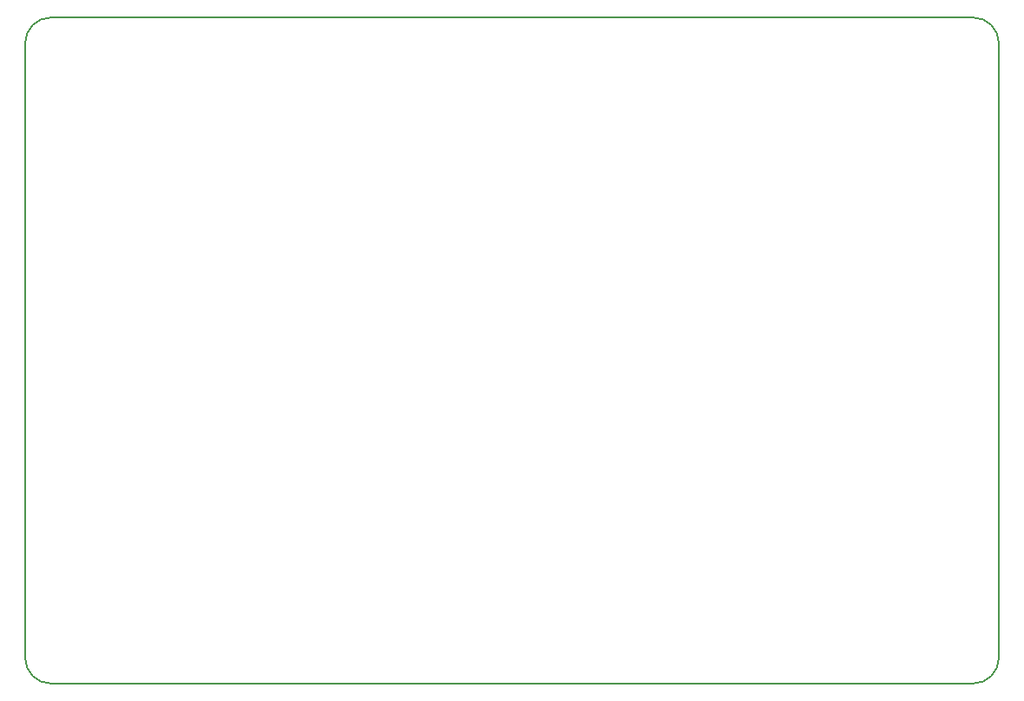
<source format=gbr>
G04 #@! TF.FileFunction,Profile,NP*
%FSLAX46Y46*%
G04 Gerber Fmt 4.6, Leading zero omitted, Abs format (unit mm)*
G04 Created by KiCad (PCBNEW 4.0.7) date Sun Apr  1 16:24:37 2018*
%MOMM*%
%LPD*%
G01*
G04 APERTURE LIST*
%ADD10C,0.100000*%
%ADD11C,0.150000*%
G04 APERTURE END LIST*
D10*
D11*
X174400000Y-103800000D02*
X174400000Y-43800000D01*
X266900000Y-106300000D02*
X176900000Y-106300000D01*
X269400000Y-43800000D02*
X269400000Y-103800000D01*
X176900000Y-41300000D02*
X266900000Y-41300000D01*
X266900000Y-106300000D02*
G75*
G03X269400000Y-103800000I0J2500000D01*
G01*
X174400000Y-103800000D02*
G75*
G03X176900000Y-106300000I2500000J0D01*
G01*
X176900000Y-41300000D02*
G75*
G03X174400000Y-43800000I0J-2500000D01*
G01*
X269400000Y-43800000D02*
G75*
G03X266900000Y-41300000I-2500000J0D01*
G01*
M02*

</source>
